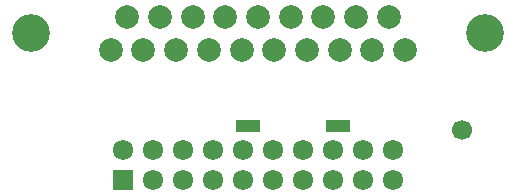
<source format=gbr>
G04 DipTrace 3.3.1.3*
G04 BottomMask.gbr*
%MOIN*%
G04 #@! TF.FileFunction,Soldermask,Bot*
G04 #@! TF.Part,Single*
%AMOUTLINE1*
4,1,11,
0.028568,0.0,
0.028937,0.000369,
0.028937,0.019937,
-0.028937,0.019937,
-0.028937,-0.005937,
-0.011063,-0.005937,
-0.011063,0.004063,
0.005063,0.004063,
0.005063,-0.019937,
0.028937,-0.019937,
0.028937,-0.000369,
0.028568,0.0,
0*%
%AMOUTLINE4*
4,1,11,
-0.028568,0.0,
-0.028937,-0.000369,
-0.028937,-0.019937,
0.028937,-0.019937,
0.028937,0.005937,
0.011063,0.005937,
0.011063,-0.004063,
-0.005063,-0.004063,
-0.005063,0.019937,
-0.028937,0.019937,
-0.028937,0.000369,
-0.028568,0.0,
0*%
%ADD24C,0.125984*%
%ADD27C,0.066929*%
%ADD29C,0.067874*%
%ADD31R,0.067874X0.067874*%
%ADD33C,0.07874*%
%ADD38OUTLINE1*%
%ADD41OUTLINE4*%
%FSLAX26Y26*%
G04*
G70*
G90*
G75*
G01*
G04 BotMask*
%LPD*%
D33*
X1784467Y976766D3*
X1729940Y1088577D3*
X1675412Y976766D3*
X1620885Y1088577D3*
X1566357Y976766D3*
X1511830Y1088577D3*
X1457302Y976766D3*
X1402774Y1088577D3*
X1348247Y976766D3*
X1293719Y1088577D3*
X1239192Y976766D3*
X1184664Y1088577D3*
X1130137Y976766D3*
X1075609Y1088577D3*
X1021082Y976766D3*
X966554Y1088577D3*
X912026Y976766D3*
X857499Y1088577D3*
X802971Y976766D3*
D24*
X2049625Y1032672D3*
X537814D3*
D31*
X843719Y543701D3*
D29*
X943719D3*
X1043719D3*
X1143719D3*
X1243719D3*
X1343719D3*
X1443719D3*
X1543719D3*
X1643719D3*
X1743719D3*
Y643701D3*
X1643719D3*
X1543719D3*
X1443719D3*
X1343719D3*
X1243719D3*
X1143719D3*
X1043719D3*
X943719D3*
X843719D3*
D38*
X1270948Y722783D3*
D41*
X1248948D3*
D38*
X1572124Y725054D3*
D41*
X1550124D3*
D27*
X1973675Y712537D3*
M02*

</source>
